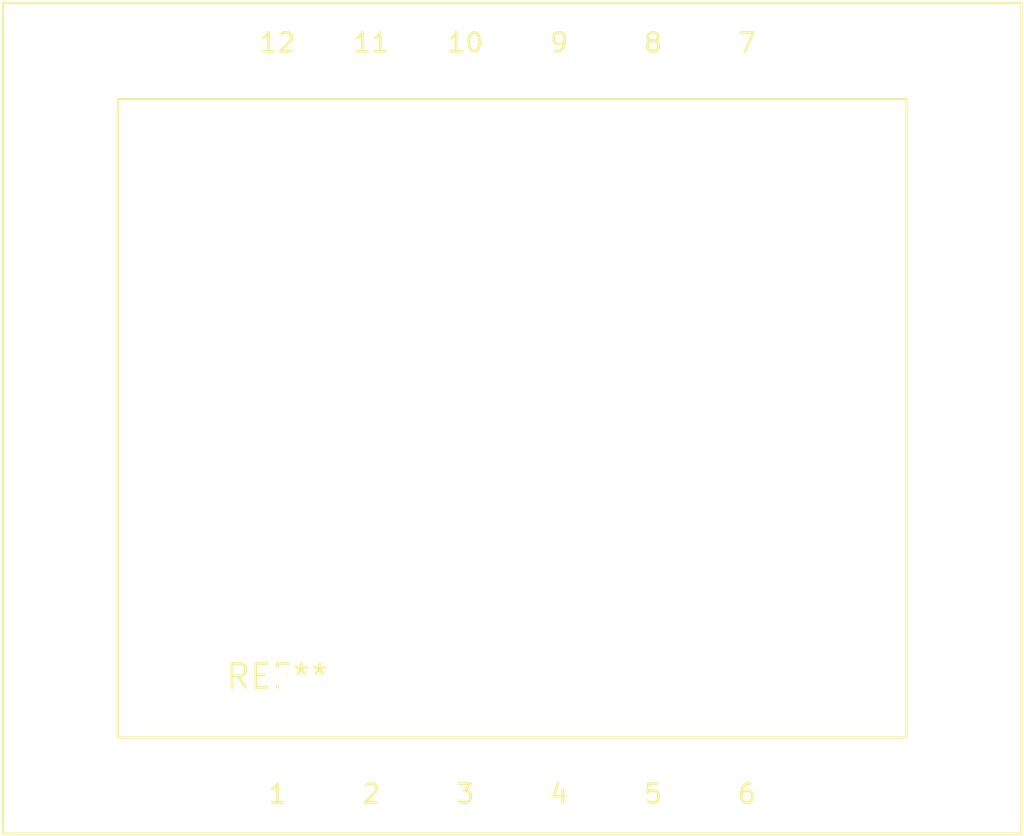
<source format=kicad_pcb>
(kicad_pcb (version 20240108) (generator pcbnew)
  (layers (0 "F.Cu" signal) (31 "B.Cu" signal) (34 "B.Paste" user) (35 "F.Paste" user) (36 "B.SilkS" user "B.Silkscreen") (37 "F.SilkS" user "F.Silkscreen") (38 "B.Mask" user) (39 "F.Mask" user) (44 "Edge.Cuts" user))
  (net 0 "")
  (footprint "Transformer_Breve_TEZ-44x52" (layer "F.Cu") (at 0 0)
    (property "Reference" "REF**")
    (property "Value" "Transformer_Breve_TEZ-44x52")
    (fp_line (start -14.62 -35.87) (end -14.62 8.37) (layer "F.SilkS") (stroke (width 0.12)))
    (fp_line (start -14.62 -35.87) (end 39.62 -35.87) (layer "F.SilkS") (stroke (width 0.12)))
    (fp_line (start -8.5 -30.75) (end 33.5 -30.75) (layer "F.SilkS") (stroke (width 0.12)))
    (fp_line (start -8.5 3.25) (end -8.5 -30.75) (layer "F.SilkS") (stroke (width 0.12)))
    (fp_line (start 33.5 -30.75) (end 33.5 3.25) (layer "F.SilkS") (stroke (width 0.12)))
    (fp_line (start 33.5 3.25) (end -8.5 3.25) (layer "F.SilkS") (stroke (width 0.12)))
    (fp_line (start 39.62 8.37) (end -14.62 8.37) (layer "F.SilkS") (stroke (width 0.12)))
    (fp_line (start 39.62 8.37) (end 39.62 -35.87) (layer "F.SilkS") (stroke (width 0.12)))
    (fp_text user "1" (at 0 6.25 0) (layer "F.SilkS"))
    (fp_text user "8" (at 20 -33.75 0) (layer "F.SilkS"))
    (fp_text user "3" (at 10 6.25 0) (layer "F.SilkS"))
    (fp_text user "5" (at 20 6.25 0) (layer "F.SilkS"))
    (fp_text user "7" (at 25 -33.75 0) (layer "F.SilkS"))
    (fp_text user "11" (at 5 -33.75 0) (layer "F.SilkS"))
    (fp_text user "6" (at 25 6.25 0) (layer "F.SilkS"))
    (fp_text user "2" (at 5 6.25 0) (layer "F.SilkS"))
    (fp_text user "12" (at 0 -33.75 0) (layer "F.SilkS"))
    (fp_text user "9" (at 15 -33.75 0) (layer "F.SilkS"))
    (fp_text user "10" (at 10 -33.75 0) (layer "F.SilkS"))
    (fp_text user "4" (at 15 6.25 0) (layer "F.SilkS"))
    (pad "1" thru_hole rect (at 0 0) (size 2 2) (drill 0.9) (layers *.Cu *.Mask) (remove_unused_layers))
    (pad "2" thru_hole circle (at 5 0) (size 2 2) (drill 0.9) (layers *.Cu *.Mask) (remove_unused_layers))
    (pad "5" thru_hole circle (at 20 0) (size 2 2) (drill 0.9) (layers *.Cu *.Mask) (remove_unused_layers))
    (pad "6" thru_hole circle (at 25 0) (size 2 2) (drill 0.9) (layers *.Cu *.Mask) (remove_unused_layers))
    (pad "7" thru_hole circle (at 25 -27.5) (size 2 2) (drill 0.9) (layers *.Cu *.Mask) (remove_unused_layers))
    (pad "8" thru_hole circle (at 20 -27.5) (size 2 2) (drill 0.9) (layers *.Cu *.Mask) (remove_unused_layers))
    (pad "9" thru_hole circle (at 15 -27.5) (size 2 2) (drill 0.9) (layers *.Cu *.Mask) (remove_unused_layers))
    (pad "10" thru_hole circle (at 10 -27.5) (size 2 2) (drill 0.9) (layers *.Cu *.Mask) (remove_unused_layers))
    (pad "11" thru_hole circle (at 5 -27.5) (size 2 2) (drill 0.9) (layers *.Cu *.Mask) (remove_unused_layers))
    (pad "12" thru_hole circle (at 0 -27.5) (size 2 2) (drill 0.9) (layers *.Cu *.Mask) (remove_unused_layers))
  )
)
</source>
